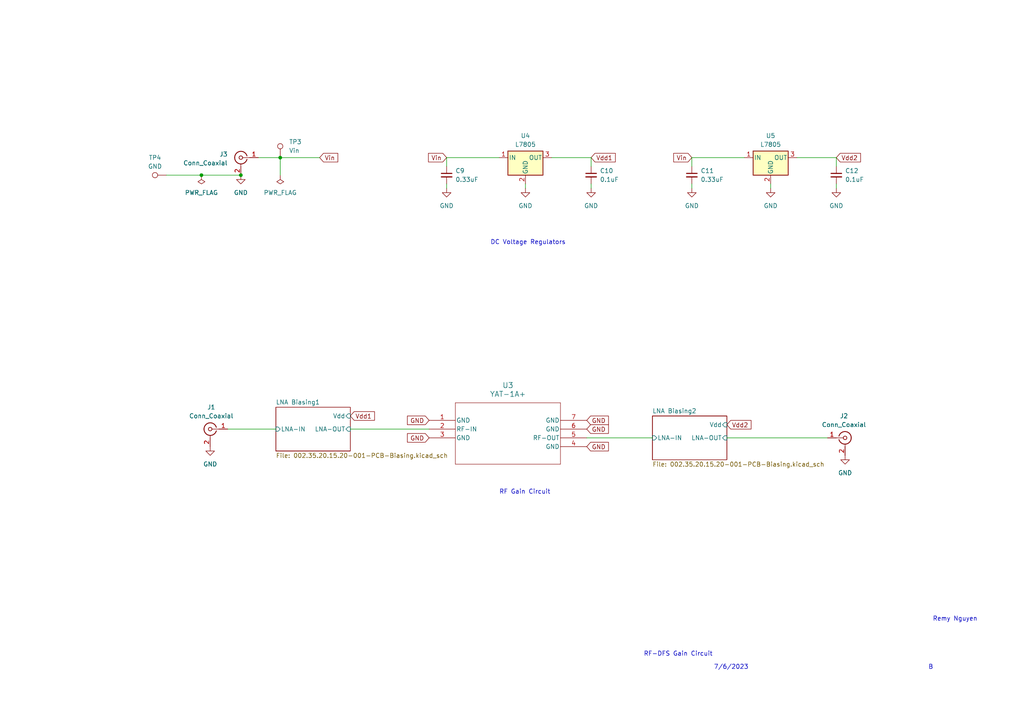
<source format=kicad_sch>
(kicad_sch (version 20230121) (generator eeschema)

  (uuid a33db424-96f2-4015-ba95-8b9f2330ef17)

  (paper "A4")

  (lib_symbols
    (symbol "Connector:Conn_Coaxial" (pin_names (offset 1.016) hide) (in_bom yes) (on_board yes)
      (property "Reference" "J" (at 0.254 3.048 0)
        (effects (font (size 1.27 1.27)))
      )
      (property "Value" "Conn_Coaxial" (at 2.921 0 90)
        (effects (font (size 1.27 1.27)))
      )
      (property "Footprint" "" (at 0 0 0)
        (effects (font (size 1.27 1.27)) hide)
      )
      (property "Datasheet" " ~" (at 0 0 0)
        (effects (font (size 1.27 1.27)) hide)
      )
      (property "ki_keywords" "BNC SMA SMB SMC LEMO coaxial connector CINCH RCA" (at 0 0 0)
        (effects (font (size 1.27 1.27)) hide)
      )
      (property "ki_description" "coaxial connector (BNC, SMA, SMB, SMC, Cinch/RCA, LEMO, ...)" (at 0 0 0)
        (effects (font (size 1.27 1.27)) hide)
      )
      (property "ki_fp_filters" "*BNC* *SMA* *SMB* *SMC* *Cinch* *LEMO*" (at 0 0 0)
        (effects (font (size 1.27 1.27)) hide)
      )
      (symbol "Conn_Coaxial_0_1"
        (arc (start -1.778 -0.508) (mid 0.2311 -1.8066) (end 1.778 0)
          (stroke (width 0.254) (type default))
          (fill (type none))
        )
        (polyline
          (pts
            (xy -2.54 0)
            (xy -0.508 0)
          )
          (stroke (width 0) (type default))
          (fill (type none))
        )
        (polyline
          (pts
            (xy 0 -2.54)
            (xy 0 -1.778)
          )
          (stroke (width 0) (type default))
          (fill (type none))
        )
        (circle (center 0 0) (radius 0.508)
          (stroke (width 0.2032) (type default))
          (fill (type none))
        )
        (arc (start 1.778 0) (mid 0.2099 1.8101) (end -1.778 0.508)
          (stroke (width 0.254) (type default))
          (fill (type none))
        )
      )
      (symbol "Conn_Coaxial_1_1"
        (pin passive line (at -5.08 0 0) (length 2.54)
          (name "In" (effects (font (size 1.27 1.27))))
          (number "1" (effects (font (size 1.27 1.27))))
        )
        (pin passive line (at 0 -5.08 90) (length 2.54)
          (name "Ext" (effects (font (size 1.27 1.27))))
          (number "2" (effects (font (size 1.27 1.27))))
        )
      )
    )
    (symbol "Connector:TestPoint" (pin_numbers hide) (pin_names (offset 0.762) hide) (in_bom yes) (on_board yes)
      (property "Reference" "TP" (at 0 6.858 0)
        (effects (font (size 1.27 1.27)))
      )
      (property "Value" "TestPoint" (at 0 5.08 0)
        (effects (font (size 1.27 1.27)))
      )
      (property "Footprint" "" (at 5.08 0 0)
        (effects (font (size 1.27 1.27)) hide)
      )
      (property "Datasheet" "~" (at 5.08 0 0)
        (effects (font (size 1.27 1.27)) hide)
      )
      (property "ki_keywords" "test point tp" (at 0 0 0)
        (effects (font (size 1.27 1.27)) hide)
      )
      (property "ki_description" "test point" (at 0 0 0)
        (effects (font (size 1.27 1.27)) hide)
      )
      (property "ki_fp_filters" "Pin* Test*" (at 0 0 0)
        (effects (font (size 1.27 1.27)) hide)
      )
      (symbol "TestPoint_0_1"
        (circle (center 0 3.302) (radius 0.762)
          (stroke (width 0) (type default))
          (fill (type none))
        )
      )
      (symbol "TestPoint_1_1"
        (pin passive line (at 0 0 90) (length 2.54)
          (name "1" (effects (font (size 1.27 1.27))))
          (number "1" (effects (font (size 1.27 1.27))))
        )
      )
    )
    (symbol "Device:C_Small" (pin_numbers hide) (pin_names (offset 0.254) hide) (in_bom yes) (on_board yes)
      (property "Reference" "C" (at 0.254 1.778 0)
        (effects (font (size 1.27 1.27)) (justify left))
      )
      (property "Value" "C_Small" (at 0.254 -2.032 0)
        (effects (font (size 1.27 1.27)) (justify left))
      )
      (property "Footprint" "" (at 0 0 0)
        (effects (font (size 1.27 1.27)) hide)
      )
      (property "Datasheet" "~" (at 0 0 0)
        (effects (font (size 1.27 1.27)) hide)
      )
      (property "ki_keywords" "capacitor cap" (at 0 0 0)
        (effects (font (size 1.27 1.27)) hide)
      )
      (property "ki_description" "Unpolarized capacitor, small symbol" (at 0 0 0)
        (effects (font (size 1.27 1.27)) hide)
      )
      (property "ki_fp_filters" "C_*" (at 0 0 0)
        (effects (font (size 1.27 1.27)) hide)
      )
      (symbol "C_Small_0_1"
        (polyline
          (pts
            (xy -1.524 -0.508)
            (xy 1.524 -0.508)
          )
          (stroke (width 0.3302) (type default))
          (fill (type none))
        )
        (polyline
          (pts
            (xy -1.524 0.508)
            (xy 1.524 0.508)
          )
          (stroke (width 0.3048) (type default))
          (fill (type none))
        )
      )
      (symbol "C_Small_1_1"
        (pin passive line (at 0 2.54 270) (length 2.032)
          (name "~" (effects (font (size 1.27 1.27))))
          (number "1" (effects (font (size 1.27 1.27))))
        )
        (pin passive line (at 0 -2.54 90) (length 2.032)
          (name "~" (effects (font (size 1.27 1.27))))
          (number "2" (effects (font (size 1.27 1.27))))
        )
      )
    )
    (symbol "Regulator_Linear:L7805" (pin_names (offset 0.254)) (in_bom yes) (on_board yes)
      (property "Reference" "U" (at -3.81 3.175 0)
        (effects (font (size 1.27 1.27)))
      )
      (property "Value" "L7805" (at 0 3.175 0)
        (effects (font (size 1.27 1.27)) (justify left))
      )
      (property "Footprint" "" (at 0.635 -3.81 0)
        (effects (font (size 1.27 1.27) italic) (justify left) hide)
      )
      (property "Datasheet" "http://www.st.com/content/ccc/resource/technical/document/datasheet/41/4f/b3/b0/12/d4/47/88/CD00000444.pdf/files/CD00000444.pdf/jcr:content/translations/en.CD00000444.pdf" (at 0 -1.27 0)
        (effects (font (size 1.27 1.27)) hide)
      )
      (property "ki_keywords" "Voltage Regulator 1.5A Positive" (at 0 0 0)
        (effects (font (size 1.27 1.27)) hide)
      )
      (property "ki_description" "Positive 1.5A 35V Linear Regulator, Fixed Output 5V, TO-220/TO-263/TO-252" (at 0 0 0)
        (effects (font (size 1.27 1.27)) hide)
      )
      (property "ki_fp_filters" "TO?252* TO?263* TO?220*" (at 0 0 0)
        (effects (font (size 1.27 1.27)) hide)
      )
      (symbol "L7805_0_1"
        (rectangle (start -5.08 1.905) (end 5.08 -5.08)
          (stroke (width 0.254) (type default))
          (fill (type background))
        )
      )
      (symbol "L7805_1_1"
        (pin power_in line (at -7.62 0 0) (length 2.54)
          (name "IN" (effects (font (size 1.27 1.27))))
          (number "1" (effects (font (size 1.27 1.27))))
        )
        (pin power_in line (at 0 -7.62 90) (length 2.54)
          (name "GND" (effects (font (size 1.27 1.27))))
          (number "2" (effects (font (size 1.27 1.27))))
        )
        (pin power_out line (at 7.62 0 180) (length 2.54)
          (name "OUT" (effects (font (size 1.27 1.27))))
          (number "3" (effects (font (size 1.27 1.27))))
        )
      )
    )
    (symbol "YAT-1A+:YAT-1A+" (pin_names (offset 0.254)) (in_bom yes) (on_board yes)
      (property "Reference" "U" (at 22.86 10.16 0)
        (effects (font (size 1.524 1.524)))
      )
      (property "Value" "YAT-1A+" (at 22.86 7.62 0)
        (effects (font (size 1.524 1.524)))
      )
      (property "Footprint" "MC1630_MNC" (at 0 0 0)
        (effects (font (size 1.27 1.27) italic) hide)
      )
      (property "Datasheet" "YAT-1A+" (at 0 0 0)
        (effects (font (size 1.27 1.27) italic) hide)
      )
      (property "ki_locked" "" (at 0 0 0)
        (effects (font (size 1.27 1.27)))
      )
      (property "ki_keywords" "YAT-1A+" (at 0 0 0)
        (effects (font (size 1.27 1.27)) hide)
      )
      (property "ki_fp_filters" "MC1630_MNC MC1630_MNC-M MC1630_MNC-L" (at 0 0 0)
        (effects (font (size 1.27 1.27)) hide)
      )
      (symbol "YAT-1A+_0_1"
        (polyline
          (pts
            (xy 7.62 -12.7)
            (xy 38.1 -12.7)
          )
          (stroke (width 0.127) (type default))
          (fill (type none))
        )
        (polyline
          (pts
            (xy 7.62 5.08)
            (xy 7.62 -12.7)
          )
          (stroke (width 0.127) (type default))
          (fill (type none))
        )
        (polyline
          (pts
            (xy 38.1 -12.7)
            (xy 38.1 5.08)
          )
          (stroke (width 0.127) (type default))
          (fill (type none))
        )
        (polyline
          (pts
            (xy 38.1 5.08)
            (xy 7.62 5.08)
          )
          (stroke (width 0.127) (type default))
          (fill (type none))
        )
        (pin input line (at 0 -2.54 0) (length 7.62)
          (name "RF-IN" (effects (font (size 1.27 1.27))))
          (number "2" (effects (font (size 1.27 1.27))))
        )
        (pin power_in line (at 45.72 -7.62 180) (length 7.62)
          (name "GND" (effects (font (size 1.27 1.27))))
          (number "4" (effects (font (size 1.27 1.27))))
        )
        (pin output line (at 45.72 -5.08 180) (length 7.62)
          (name "RF-OUT" (effects (font (size 1.27 1.27))))
          (number "5" (effects (font (size 1.27 1.27))))
        )
        (pin power_in line (at 45.72 -2.54 180) (length 7.62)
          (name "GND" (effects (font (size 1.27 1.27))))
          (number "6" (effects (font (size 1.27 1.27))))
        )
        (pin power_in line (at 45.72 0 180) (length 7.62)
          (name "GND" (effects (font (size 1.27 1.27))))
          (number "7" (effects (font (size 1.27 1.27))))
        )
      )
      (symbol "YAT-1A+_1_1"
        (pin power_in line (at 0 0 0) (length 7.62)
          (name "GND" (effects (font (size 1.27 1.27))))
          (number "1" (effects (font (size 1.27 1.27))))
        )
        (pin power_in line (at 0 -5.08 0) (length 7.62)
          (name "GND" (effects (font (size 1.27 1.27))))
          (number "3" (effects (font (size 1.27 1.27))))
        )
      )
    )
    (symbol "power:GND" (power) (pin_names (offset 0)) (in_bom yes) (on_board yes)
      (property "Reference" "#PWR" (at 0 -6.35 0)
        (effects (font (size 1.27 1.27)) hide)
      )
      (property "Value" "GND" (at 0 -3.81 0)
        (effects (font (size 1.27 1.27)))
      )
      (property "Footprint" "" (at 0 0 0)
        (effects (font (size 1.27 1.27)) hide)
      )
      (property "Datasheet" "" (at 0 0 0)
        (effects (font (size 1.27 1.27)) hide)
      )
      (property "ki_keywords" "global power" (at 0 0 0)
        (effects (font (size 1.27 1.27)) hide)
      )
      (property "ki_description" "Power symbol creates a global label with name \"GND\" , ground" (at 0 0 0)
        (effects (font (size 1.27 1.27)) hide)
      )
      (symbol "GND_0_1"
        (polyline
          (pts
            (xy 0 0)
            (xy 0 -1.27)
            (xy 1.27 -1.27)
            (xy 0 -2.54)
            (xy -1.27 -1.27)
            (xy 0 -1.27)
          )
          (stroke (width 0) (type default))
          (fill (type none))
        )
      )
      (symbol "GND_1_1"
        (pin power_in line (at 0 0 270) (length 0) hide
          (name "GND" (effects (font (size 1.27 1.27))))
          (number "1" (effects (font (size 1.27 1.27))))
        )
      )
    )
    (symbol "power:PWR_FLAG" (power) (pin_numbers hide) (pin_names (offset 0) hide) (in_bom yes) (on_board yes)
      (property "Reference" "#FLG" (at 0 1.905 0)
        (effects (font (size 1.27 1.27)) hide)
      )
      (property "Value" "PWR_FLAG" (at 0 3.81 0)
        (effects (font (size 1.27 1.27)))
      )
      (property "Footprint" "" (at 0 0 0)
        (effects (font (size 1.27 1.27)) hide)
      )
      (property "Datasheet" "~" (at 0 0 0)
        (effects (font (size 1.27 1.27)) hide)
      )
      (property "ki_keywords" "flag power" (at 0 0 0)
        (effects (font (size 1.27 1.27)) hide)
      )
      (property "ki_description" "Special symbol for telling ERC where power comes from" (at 0 0 0)
        (effects (font (size 1.27 1.27)) hide)
      )
      (symbol "PWR_FLAG_0_0"
        (pin power_out line (at 0 0 90) (length 0)
          (name "pwr" (effects (font (size 1.27 1.27))))
          (number "1" (effects (font (size 1.27 1.27))))
        )
      )
      (symbol "PWR_FLAG_0_1"
        (polyline
          (pts
            (xy 0 0)
            (xy 0 1.27)
            (xy -1.016 1.905)
            (xy 0 2.54)
            (xy 1.016 1.905)
            (xy 0 1.27)
          )
          (stroke (width 0) (type default))
          (fill (type none))
        )
      )
    )
  )

  (junction (at 69.85 50.8) (diameter 0) (color 0 0 0 0)
    (uuid 0380c58a-2095-4a54-9c7b-59b122c7f20b)
  )
  (junction (at 58.42 50.8) (diameter 0) (color 0 0 0 0)
    (uuid 152015fe-878c-42d4-a279-55aace0a2ba2)
  )
  (junction (at 81.28 45.72) (diameter 0) (color 0 0 0 0)
    (uuid 47ab9c92-b5c3-4b6e-a70f-4986de7ede6d)
  )

  (wire (pts (xy 223.52 53.34) (xy 223.52 54.61))
    (stroke (width 0) (type default))
    (uuid 082ad4d9-3e52-49a6-bf1b-2df442e7a9d5)
  )
  (wire (pts (xy 200.66 48.26) (xy 200.66 45.72))
    (stroke (width 0) (type default))
    (uuid 178f1f8d-758a-43cc-8bf7-f11c85212350)
  )
  (wire (pts (xy 231.14 45.72) (xy 242.57 45.72))
    (stroke (width 0) (type default))
    (uuid 18b47aff-b622-4eac-833e-ca365bec9525)
  )
  (wire (pts (xy 152.4 53.34) (xy 152.4 54.61))
    (stroke (width 0) (type default))
    (uuid 1fb5bea0-edc1-49a6-821c-56e5ab06312d)
  )
  (wire (pts (xy 66.04 124.46) (xy 80.01 124.46))
    (stroke (width 0) (type default))
    (uuid 27ca317d-2b26-43d9-b1ce-3386ea7e9442)
  )
  (wire (pts (xy 129.54 48.26) (xy 129.54 45.72))
    (stroke (width 0) (type default))
    (uuid 4248ef6b-74c7-4f35-ab74-6b426457fdea)
  )
  (wire (pts (xy 200.66 53.34) (xy 200.66 54.61))
    (stroke (width 0) (type default))
    (uuid 59a01430-395e-4e49-9322-bdc5419e15a9)
  )
  (wire (pts (xy 48.26 50.8) (xy 58.42 50.8))
    (stroke (width 0) (type default))
    (uuid 6a05a314-6558-4ca3-8733-4e793a63ca8e)
  )
  (wire (pts (xy 200.66 45.72) (xy 215.9 45.72))
    (stroke (width 0) (type default))
    (uuid 73a31aa3-42ab-4a31-8af4-0c17f490a8e8)
  )
  (wire (pts (xy 81.28 45.72) (xy 92.71 45.72))
    (stroke (width 0) (type default))
    (uuid 7df9ee68-d9fc-4676-b0c2-b3226716bfea)
  )
  (wire (pts (xy 210.82 127) (xy 240.03 127))
    (stroke (width 0) (type default))
    (uuid 8b0d9a77-3b60-45e7-a2fd-979cb9cbec9c)
  )
  (wire (pts (xy 81.28 45.72) (xy 81.28 50.8))
    (stroke (width 0) (type default))
    (uuid 8e99aaf5-f847-4984-8c7c-0cc6d3ce8266)
  )
  (wire (pts (xy 171.45 45.72) (xy 171.45 48.26))
    (stroke (width 0) (type default))
    (uuid 94bf0c38-3eaa-4076-b2d2-f1dcfc071592)
  )
  (wire (pts (xy 242.57 53.34) (xy 242.57 54.61))
    (stroke (width 0) (type default))
    (uuid 95f6de1a-6506-4542-8a34-bf1dbf124f83)
  )
  (wire (pts (xy 74.93 45.72) (xy 81.28 45.72))
    (stroke (width 0) (type default))
    (uuid 9b49dbfa-1d01-4487-9a97-df826b9a9d97)
  )
  (wire (pts (xy 242.57 45.72) (xy 242.57 48.26))
    (stroke (width 0) (type default))
    (uuid 9cf6871b-3a32-4bbd-af2f-4b52f6b80fdc)
  )
  (wire (pts (xy 171.45 53.34) (xy 171.45 54.61))
    (stroke (width 0) (type default))
    (uuid 9ee34b7a-bd7b-44f3-9a36-8f58740a5225)
  )
  (wire (pts (xy 58.42 50.8) (xy 69.85 50.8))
    (stroke (width 0) (type default))
    (uuid b60420b3-9ac3-487e-9b2b-1a7736ab8b19)
  )
  (wire (pts (xy 129.54 53.34) (xy 129.54 54.61))
    (stroke (width 0) (type default))
    (uuid b93b56a7-3e35-4839-8983-72ae2f4774b6)
  )
  (wire (pts (xy 170.18 127) (xy 189.23 127))
    (stroke (width 0) (type default))
    (uuid d2e6934f-7879-4b7e-af43-11a6bbbe0bac)
  )
  (wire (pts (xy 101.6 124.46) (xy 124.46 124.46))
    (stroke (width 0) (type default))
    (uuid eab23a80-cb77-4158-9ff7-c683e6fcc317)
  )
  (wire (pts (xy 160.02 45.72) (xy 171.45 45.72))
    (stroke (width 0) (type default))
    (uuid f0faa57d-f1f6-49ab-8fa7-8ceb0ea4f8a6)
  )
  (wire (pts (xy 129.54 45.72) (xy 144.78 45.72))
    (stroke (width 0) (type default))
    (uuid f3f86275-c038-45fd-a2c3-ecba932d71d5)
  )

  (text "RF-DFS Gain Circuit" (at 186.69 190.5 0)
    (effects (font (size 1.27 1.27)) (justify left bottom))
    (uuid 01e6c915-5d37-4f22-bc58-ba280824943a)
  )
  (text "7/6/2023" (at 207.01 194.31 0)
    (effects (font (size 1.27 1.27)) (justify left bottom))
    (uuid 69235d1b-e970-4918-a8e7-db2e588114e0)
  )
  (text "Remy Nguyen" (at 270.51 180.34 0)
    (effects (font (size 1.27 1.27)) (justify left bottom))
    (uuid 6a2529a8-c4dc-41c4-977a-48172a63a599)
  )
  (text "B" (at 269.24 194.31 0)
    (effects (font (size 1.27 1.27)) (justify left bottom))
    (uuid 799bf235-b82c-4355-9052-ef2e322baf18)
  )
  (text "RF Gain Circuit" (at 144.78 143.51 0)
    (effects (font (size 1.27 1.27)) (justify left bottom))
    (uuid e193004c-6ca8-4b05-91b6-76ffad4cf453)
  )
  (text "DC Voltage Regulators" (at 142.24 71.12 0)
    (effects (font (size 1.27 1.27)) (justify left bottom))
    (uuid f840b1d4-282d-4b7f-9c52-ae31074de92b)
  )

  (global_label "GND" (shape input) (at 124.46 127 180) (fields_autoplaced)
    (effects (font (size 1.27 1.27)) (justify right))
    (uuid 01bbb253-b337-4e03-ab53-fec9a875130f)
    (property "Intersheetrefs" "${INTERSHEET_REFS}" (at 117.6837 127 0)
      (effects (font (size 1.27 1.27)) (justify right) hide)
    )
  )
  (global_label "Vdd1" (shape input) (at 171.45 45.72 0) (fields_autoplaced)
    (effects (font (size 1.27 1.27)) (justify left))
    (uuid 0265aa17-8aba-412e-9e42-e4162ff04b44)
    (property "Intersheetrefs" "${INTERSHEET_REFS}" (at 178.9519 45.72 0)
      (effects (font (size 1.27 1.27)) (justify left) hide)
    )
  )
  (global_label "GND" (shape input) (at 170.18 121.92 0) (fields_autoplaced)
    (effects (font (size 1.27 1.27)) (justify left))
    (uuid 0c101212-932f-46a6-9f90-15eefa71f9b6)
    (property "Intersheetrefs" "${INTERSHEET_REFS}" (at 176.9563 121.92 0)
      (effects (font (size 1.27 1.27)) (justify left) hide)
    )
  )
  (global_label "Vdd1" (shape input) (at 101.6 120.65 0) (fields_autoplaced)
    (effects (font (size 1.27 1.27)) (justify left))
    (uuid 0f1fd293-0cde-46d1-a790-d394eac61139)
    (property "Intersheetrefs" "${INTERSHEET_REFS}" (at 109.1019 120.65 0)
      (effects (font (size 1.27 1.27)) (justify left) hide)
    )
  )
  (global_label "Vdd2" (shape input) (at 242.57 45.72 0) (fields_autoplaced)
    (effects (font (size 1.27 1.27)) (justify left))
    (uuid 11738765-3a18-4d4b-a1ed-f502e8669243)
    (property "Intersheetrefs" "${INTERSHEET_REFS}" (at 250.0719 45.72 0)
      (effects (font (size 1.27 1.27)) (justify left) hide)
    )
  )
  (global_label "Vin" (shape input) (at 92.71 45.72 0) (fields_autoplaced)
    (effects (font (size 1.27 1.27)) (justify left))
    (uuid 16f91c9d-b530-438c-aefb-707023750c8a)
    (property "Intersheetrefs" "${INTERSHEET_REFS}" (at 98.4582 45.72 0)
      (effects (font (size 1.27 1.27)) (justify left) hide)
    )
  )
  (global_label "Vin" (shape input) (at 129.54 45.72 180) (fields_autoplaced)
    (effects (font (size 1.27 1.27)) (justify right))
    (uuid 6a7306a7-65fc-477b-a47e-6d91cd8bed1b)
    (property "Intersheetrefs" "${INTERSHEET_REFS}" (at 123.7918 45.72 0)
      (effects (font (size 1.27 1.27)) (justify right) hide)
    )
  )
  (global_label "Vin" (shape input) (at 200.66 45.72 180) (fields_autoplaced)
    (effects (font (size 1.27 1.27)) (justify right))
    (uuid 7e9faa37-7621-4e0e-b526-2208cca0268b)
    (property "Intersheetrefs" "${INTERSHEET_REFS}" (at 194.9118 45.72 0)
      (effects (font (size 1.27 1.27)) (justify right) hide)
    )
  )
  (global_label "Vdd2" (shape input) (at 210.82 123.19 0) (fields_autoplaced)
    (effects (font (size 1.27 1.27)) (justify left))
    (uuid 82eebd30-021d-4879-8d6c-f4576f1a21d6)
    (property "Intersheetrefs" "${INTERSHEET_REFS}" (at 218.3219 123.19 0)
      (effects (font (size 1.27 1.27)) (justify left) hide)
    )
  )
  (global_label "GND" (shape input) (at 170.18 129.54 0) (fields_autoplaced)
    (effects (font (size 1.27 1.27)) (justify left))
    (uuid 897e1767-1142-4a46-8c1c-edc1e77a385a)
    (property "Intersheetrefs" "${INTERSHEET_REFS}" (at 176.9563 129.54 0)
      (effects (font (size 1.27 1.27)) (justify left) hide)
    )
  )
  (global_label "GND" (shape input) (at 124.46 121.92 180) (fields_autoplaced)
    (effects (font (size 1.27 1.27)) (justify right))
    (uuid da8bce43-6ab4-40bf-bd49-f2ac99afb336)
    (property "Intersheetrefs" "${INTERSHEET_REFS}" (at 117.6837 121.92 0)
      (effects (font (size 1.27 1.27)) (justify right) hide)
    )
  )
  (global_label "GND" (shape input) (at 170.18 124.46 0) (fields_autoplaced)
    (effects (font (size 1.27 1.27)) (justify left))
    (uuid df0a4236-4ec4-4bb4-a123-b9f11ecc3abf)
    (property "Intersheetrefs" "${INTERSHEET_REFS}" (at 176.9563 124.46 0)
      (effects (font (size 1.27 1.27)) (justify left) hide)
    )
  )

  (symbol (lib_id "Device:C_Small") (at 242.57 50.8 0) (unit 1)
    (in_bom yes) (on_board yes) (dnp no) (fields_autoplaced)
    (uuid 0950b816-7c2a-4cd9-95c3-5d4f66aff8e6)
    (property "Reference" "C12" (at 245.11 49.5363 0)
      (effects (font (size 1.27 1.27)) (justify left))
    )
    (property "Value" "0.1uF" (at 245.11 52.0763 0)
      (effects (font (size 1.27 1.27)) (justify left))
    )
    (property "Footprint" "Capacitor_SMD:C_0402_1005Metric" (at 242.57 50.8 0)
      (effects (font (size 1.27 1.27)) hide)
    )
    (property "Datasheet" "~" (at 242.57 50.8 0)
      (effects (font (size 1.27 1.27)) hide)
    )
    (pin "1" (uuid 9ce6b65f-d9ad-4709-8b54-c5b9952db3a6))
    (pin "2" (uuid 91ce10ca-15e5-423b-97b5-43354827c354))
    (instances
      (project "002.35.20.15.20-001-PCB-LNA"
        (path "/a33db424-96f2-4015-ba95-8b9f2330ef17"
          (reference "C12") (unit 1)
        )
      )
    )
  )

  (symbol (lib_id "Connector:TestPoint") (at 48.26 50.8 90) (unit 1)
    (in_bom yes) (on_board yes) (dnp no) (fields_autoplaced)
    (uuid 19223918-b6f9-4f74-b630-a8e19199728f)
    (property "Reference" "TP1" (at 44.958 45.72 90)
      (effects (font (size 1.27 1.27)))
    )
    (property "Value" "GND" (at 44.958 48.26 90)
      (effects (font (size 1.27 1.27)))
    )
    (property "Footprint" "TestPoint:TestPoint_Loop_D2.54mm_Drill1.5mm_Beaded" (at 48.26 45.72 0)
      (effects (font (size 1.27 1.27)) hide)
    )
    (property "Datasheet" "~" (at 48.26 45.72 0)
      (effects (font (size 1.27 1.27)) hide)
    )
    (pin "1" (uuid 195e01d4-ae32-421f-a901-49cfb8fd2277))
    (instances
      (project "002.35.20.15.20-001-PCB-LNA"
        (path "/a33db424-96f2-4015-ba95-8b9f2330ef17/9ff85c99-1040-4eb9-b5d8-3cc01caa0e77"
          (reference "TP1") (unit 1)
        )
        (path "/a33db424-96f2-4015-ba95-8b9f2330ef17/ba672304-1315-4178-9e1d-d553703e5b04"
          (reference "TP2") (unit 1)
        )
        (path "/a33db424-96f2-4015-ba95-8b9f2330ef17"
          (reference "TP4") (unit 1)
        )
      )
    )
  )

  (symbol (lib_id "power:GND") (at 152.4 54.61 0) (unit 1)
    (in_bom yes) (on_board yes) (dnp no) (fields_autoplaced)
    (uuid 25418ca2-12ad-4087-a872-112bea2aea91)
    (property "Reference" "#PWR09" (at 152.4 60.96 0)
      (effects (font (size 1.27 1.27)) hide)
    )
    (property "Value" "GND" (at 152.4 59.69 0)
      (effects (font (size 1.27 1.27)))
    )
    (property "Footprint" "" (at 152.4 54.61 0)
      (effects (font (size 1.27 1.27)) hide)
    )
    (property "Datasheet" "" (at 152.4 54.61 0)
      (effects (font (size 1.27 1.27)) hide)
    )
    (pin "1" (uuid bb74e97b-42b6-4350-bcac-9022af07127c))
    (instances
      (project "002.35.20.15.20-001-PCB-LNA"
        (path "/a33db424-96f2-4015-ba95-8b9f2330ef17"
          (reference "#PWR09") (unit 1)
        )
      )
    )
  )

  (symbol (lib_id "power:GND") (at 245.11 132.08 0) (mirror y) (unit 1)
    (in_bom yes) (on_board yes) (dnp no)
    (uuid 2a5af20e-8fce-4dbe-9413-66298467fb1f)
    (property "Reference" "#PWR017" (at 245.11 138.43 0)
      (effects (font (size 1.27 1.27)) hide)
    )
    (property "Value" "GND" (at 245.11 137.16 0)
      (effects (font (size 1.27 1.27)))
    )
    (property "Footprint" "" (at 245.11 132.08 0)
      (effects (font (size 1.27 1.27)) hide)
    )
    (property "Datasheet" "" (at 245.11 132.08 0)
      (effects (font (size 1.27 1.27)) hide)
    )
    (pin "1" (uuid 5051c1a0-385a-411d-a244-65f84ba95ed4))
    (instances
      (project "002.35.20.15.20-001-PCB-LNA"
        (path "/a33db424-96f2-4015-ba95-8b9f2330ef17"
          (reference "#PWR017") (unit 1)
        )
      )
    )
  )

  (symbol (lib_id "power:GND") (at 129.54 54.61 0) (unit 1)
    (in_bom yes) (on_board yes) (dnp no) (fields_autoplaced)
    (uuid 2ab1099e-738b-444e-8e00-483c34e51a2b)
    (property "Reference" "#PWR010" (at 129.54 60.96 0)
      (effects (font (size 1.27 1.27)) hide)
    )
    (property "Value" "GND" (at 129.54 59.69 0)
      (effects (font (size 1.27 1.27)))
    )
    (property "Footprint" "" (at 129.54 54.61 0)
      (effects (font (size 1.27 1.27)) hide)
    )
    (property "Datasheet" "" (at 129.54 54.61 0)
      (effects (font (size 1.27 1.27)) hide)
    )
    (pin "1" (uuid 2b287452-6ec8-4888-9405-4de4be29495b))
    (instances
      (project "002.35.20.15.20-001-PCB-LNA"
        (path "/a33db424-96f2-4015-ba95-8b9f2330ef17"
          (reference "#PWR010") (unit 1)
        )
      )
    )
  )

  (symbol (lib_id "Regulator_Linear:L7805") (at 223.52 45.72 0) (unit 1)
    (in_bom yes) (on_board yes) (dnp no) (fields_autoplaced)
    (uuid 385c5cc5-3ca9-4934-a929-24a93e2376ba)
    (property "Reference" "U5" (at 223.52 39.37 0)
      (effects (font (size 1.27 1.27)))
    )
    (property "Value" "L7805" (at 223.52 41.91 0)
      (effects (font (size 1.27 1.27)))
    )
    (property "Footprint" "Package_TO_SOT_SMD:TO-263-2" (at 224.155 49.53 0)
      (effects (font (size 1.27 1.27) italic) (justify left) hide)
    )
    (property "Datasheet" "http://www.st.com/content/ccc/resource/technical/document/datasheet/41/4f/b3/b0/12/d4/47/88/CD00000444.pdf/files/CD00000444.pdf/jcr:content/translations/en.CD00000444.pdf" (at 223.52 46.99 0)
      (effects (font (size 1.27 1.27)) hide)
    )
    (pin "1" (uuid cf541b30-fbc1-4c38-ac79-fce14b1375fb))
    (pin "2" (uuid 6f7b7a89-df50-4644-8c97-84afefc44935))
    (pin "3" (uuid 56968f74-36f2-4751-a45d-2bd3c2d37ef5))
    (instances
      (project "002.35.20.15.20-001-PCB-LNA"
        (path "/a33db424-96f2-4015-ba95-8b9f2330ef17"
          (reference "U5") (unit 1)
        )
      )
    )
  )

  (symbol (lib_id "Connector:Conn_Coaxial") (at 69.85 45.72 0) (mirror y) (unit 1)
    (in_bom yes) (on_board yes) (dnp no)
    (uuid 42375eed-8c12-46df-b1f9-8b6dbac5fb3e)
    (property "Reference" "J3" (at 66.04 44.7432 0)
      (effects (font (size 1.27 1.27)) (justify left))
    )
    (property "Value" "Conn_Coaxial" (at 66.04 47.2832 0)
      (effects (font (size 1.27 1.27)) (justify left))
    )
    (property "Footprint" "Connector_Coaxial:SMA_Molex_73251-1153_EdgeMount_Horizontal" (at 69.85 45.72 0)
      (effects (font (size 1.27 1.27)) hide)
    )
    (property "Datasheet" " ~" (at 69.85 45.72 0)
      (effects (font (size 1.27 1.27)) hide)
    )
    (pin "1" (uuid 52c398f2-7aa4-460f-884a-8c08b978542f))
    (pin "2" (uuid 81a00c9e-c973-4db6-94e4-5e927aecf676))
    (instances
      (project "002.35.20.15.20-001-PCB-LNA"
        (path "/a33db424-96f2-4015-ba95-8b9f2330ef17"
          (reference "J3") (unit 1)
        )
      )
    )
  )

  (symbol (lib_id "power:GND") (at 171.45 54.61 0) (unit 1)
    (in_bom yes) (on_board yes) (dnp no) (fields_autoplaced)
    (uuid 4fa5e575-7e2f-4390-bb42-88a3990c3c53)
    (property "Reference" "#PWR011" (at 171.45 60.96 0)
      (effects (font (size 1.27 1.27)) hide)
    )
    (property "Value" "GND" (at 171.45 59.69 0)
      (effects (font (size 1.27 1.27)))
    )
    (property "Footprint" "" (at 171.45 54.61 0)
      (effects (font (size 1.27 1.27)) hide)
    )
    (property "Datasheet" "" (at 171.45 54.61 0)
      (effects (font (size 1.27 1.27)) hide)
    )
    (pin "1" (uuid 97685d80-715c-4ff9-8a8d-519542394782))
    (instances
      (project "002.35.20.15.20-001-PCB-LNA"
        (path "/a33db424-96f2-4015-ba95-8b9f2330ef17"
          (reference "#PWR011") (unit 1)
        )
      )
    )
  )

  (symbol (lib_id "power:GND") (at 223.52 54.61 0) (unit 1)
    (in_bom yes) (on_board yes) (dnp no) (fields_autoplaced)
    (uuid 56eda550-8741-4b78-aa63-d6923b7cf3b1)
    (property "Reference" "#PWR013" (at 223.52 60.96 0)
      (effects (font (size 1.27 1.27)) hide)
    )
    (property "Value" "GND" (at 223.52 59.69 0)
      (effects (font (size 1.27 1.27)))
    )
    (property "Footprint" "" (at 223.52 54.61 0)
      (effects (font (size 1.27 1.27)) hide)
    )
    (property "Datasheet" "" (at 223.52 54.61 0)
      (effects (font (size 1.27 1.27)) hide)
    )
    (pin "1" (uuid 29a3cb01-c4b0-4382-baa6-4c911f4c0595))
    (instances
      (project "002.35.20.15.20-001-PCB-LNA"
        (path "/a33db424-96f2-4015-ba95-8b9f2330ef17"
          (reference "#PWR013") (unit 1)
        )
      )
    )
  )

  (symbol (lib_id "Regulator_Linear:L7805") (at 152.4 45.72 0) (unit 1)
    (in_bom yes) (on_board yes) (dnp no) (fields_autoplaced)
    (uuid 5b5acfc9-9dcb-412c-899a-e9abf67e612c)
    (property "Reference" "U4" (at 152.4 39.37 0)
      (effects (font (size 1.27 1.27)))
    )
    (property "Value" "L7805" (at 152.4 41.91 0)
      (effects (font (size 1.27 1.27)))
    )
    (property "Footprint" "Package_TO_SOT_SMD:TO-263-2" (at 153.035 49.53 0)
      (effects (font (size 1.27 1.27) italic) (justify left) hide)
    )
    (property "Datasheet" "http://www.st.com/content/ccc/resource/technical/document/datasheet/41/4f/b3/b0/12/d4/47/88/CD00000444.pdf/files/CD00000444.pdf/jcr:content/translations/en.CD00000444.pdf" (at 152.4 46.99 0)
      (effects (font (size 1.27 1.27)) hide)
    )
    (pin "1" (uuid fd40c295-2464-4f8a-864a-1322416128be))
    (pin "2" (uuid 13529d1f-36b0-4b29-a4a9-fc051cac5462))
    (pin "3" (uuid 2ac72802-1490-4be5-ae1f-7e8c3fa146d9))
    (instances
      (project "002.35.20.15.20-001-PCB-LNA"
        (path "/a33db424-96f2-4015-ba95-8b9f2330ef17"
          (reference "U4") (unit 1)
        )
      )
    )
  )

  (symbol (lib_id "Device:C_Small") (at 200.66 50.8 0) (unit 1)
    (in_bom yes) (on_board yes) (dnp no) (fields_autoplaced)
    (uuid 5ed17ff4-c193-4d10-8a71-a670194b5337)
    (property "Reference" "C11" (at 203.2 49.5363 0)
      (effects (font (size 1.27 1.27)) (justify left))
    )
    (property "Value" "0.33uF" (at 203.2 52.0763 0)
      (effects (font (size 1.27 1.27)) (justify left))
    )
    (property "Footprint" "Capacitor_SMD:C_0402_1005Metric" (at 200.66 50.8 0)
      (effects (font (size 1.27 1.27)) hide)
    )
    (property "Datasheet" "~" (at 200.66 50.8 0)
      (effects (font (size 1.27 1.27)) hide)
    )
    (pin "1" (uuid a736b71a-5806-40c3-a7d9-9e9917edfa02))
    (pin "2" (uuid 34cddf5f-9ade-447f-bd7e-d7b6cd145751))
    (instances
      (project "002.35.20.15.20-001-PCB-LNA"
        (path "/a33db424-96f2-4015-ba95-8b9f2330ef17"
          (reference "C11") (unit 1)
        )
      )
    )
  )

  (symbol (lib_id "Device:C_Small") (at 171.45 50.8 0) (unit 1)
    (in_bom yes) (on_board yes) (dnp no) (fields_autoplaced)
    (uuid 893a8c94-cb64-41e2-adc6-54575ccddec4)
    (property "Reference" "C10" (at 173.99 49.5363 0)
      (effects (font (size 1.27 1.27)) (justify left))
    )
    (property "Value" "0.1uF" (at 173.99 52.0763 0)
      (effects (font (size 1.27 1.27)) (justify left))
    )
    (property "Footprint" "Capacitor_SMD:C_0402_1005Metric" (at 171.45 50.8 0)
      (effects (font (size 1.27 1.27)) hide)
    )
    (property "Datasheet" "~" (at 171.45 50.8 0)
      (effects (font (size 1.27 1.27)) hide)
    )
    (pin "1" (uuid 6c885dd5-1cf4-4fae-875e-d7a15fe9e887))
    (pin "2" (uuid cb6e0eee-afe7-4f35-aee1-df237d138e9b))
    (instances
      (project "002.35.20.15.20-001-PCB-LNA"
        (path "/a33db424-96f2-4015-ba95-8b9f2330ef17"
          (reference "C10") (unit 1)
        )
      )
    )
  )

  (symbol (lib_id "power:GND") (at 69.85 50.8 0) (unit 1)
    (in_bom yes) (on_board yes) (dnp no) (fields_autoplaced)
    (uuid 8d0a2c1b-2047-4b74-8d46-b13eedd4d83f)
    (property "Reference" "#PWR015" (at 69.85 57.15 0)
      (effects (font (size 1.27 1.27)) hide)
    )
    (property "Value" "GND" (at 69.85 55.88 0)
      (effects (font (size 1.27 1.27)))
    )
    (property "Footprint" "" (at 69.85 50.8 0)
      (effects (font (size 1.27 1.27)) hide)
    )
    (property "Datasheet" "" (at 69.85 50.8 0)
      (effects (font (size 1.27 1.27)) hide)
    )
    (pin "1" (uuid 1ec28cc2-ad0c-4a96-8797-85713b63fd5a))
    (instances
      (project "002.35.20.15.20-001-PCB-LNA"
        (path "/a33db424-96f2-4015-ba95-8b9f2330ef17"
          (reference "#PWR015") (unit 1)
        )
      )
    )
  )

  (symbol (lib_id "Device:C_Small") (at 129.54 50.8 0) (unit 1)
    (in_bom yes) (on_board yes) (dnp no) (fields_autoplaced)
    (uuid 8dda6506-2d9b-458e-8198-1827b03f43c0)
    (property "Reference" "C9" (at 132.08 49.5363 0)
      (effects (font (size 1.27 1.27)) (justify left))
    )
    (property "Value" "0.33uF" (at 132.08 52.0763 0)
      (effects (font (size 1.27 1.27)) (justify left))
    )
    (property "Footprint" "Capacitor_SMD:C_0402_1005Metric" (at 129.54 50.8 0)
      (effects (font (size 1.27 1.27)) hide)
    )
    (property "Datasheet" "~" (at 129.54 50.8 0)
      (effects (font (size 1.27 1.27)) hide)
    )
    (pin "1" (uuid c7f9cf62-3488-4f0b-924c-42af7f9e1ffc))
    (pin "2" (uuid 0441ed22-b8b3-453f-bef9-1b3f172cf0b1))
    (instances
      (project "002.35.20.15.20-001-PCB-LNA"
        (path "/a33db424-96f2-4015-ba95-8b9f2330ef17"
          (reference "C9") (unit 1)
        )
      )
    )
  )

  (symbol (lib_id "YAT-1A+:YAT-1A+") (at 124.46 121.92 0) (unit 1)
    (in_bom yes) (on_board yes) (dnp no) (fields_autoplaced)
    (uuid a3967526-2108-4e4f-9662-8b458a8cb249)
    (property "Reference" "U3" (at 147.32 111.76 0)
      (effects (font (size 1.524 1.524)))
    )
    (property "Value" "YAT-1A+" (at 147.32 114.3 0)
      (effects (font (size 1.524 1.524)))
    )
    (property "Footprint" "Imports:MC1630_MNC" (at 124.46 121.92 0)
      (effects (font (size 1.27 1.27) italic) hide)
    )
    (property "Datasheet" "YAT-1A+" (at 124.46 121.92 0)
      (effects (font (size 1.27 1.27) italic) hide)
    )
    (pin "2" (uuid adbb1f20-3589-474d-a205-cd1f16095e1f))
    (pin "4" (uuid a828f0ea-95ff-4944-901d-125f74145675))
    (pin "5" (uuid c2fa486f-fcd3-4d15-a927-3a8b0bf0bdd4))
    (pin "6" (uuid 076417ff-63dc-47a7-a162-c01b7ef68406))
    (pin "7" (uuid 6f85b32e-4d49-4eb6-8adc-c7f90d15a77a))
    (pin "1" (uuid 5c15be07-5d2a-40fd-b079-8aa07b7f0f5f))
    (pin "3" (uuid 38e63e2e-6e44-4afa-9b19-c3a9e104f90b))
    (instances
      (project "002.35.20.15.20-001-PCB-LNA"
        (path "/a33db424-96f2-4015-ba95-8b9f2330ef17"
          (reference "U3") (unit 1)
        )
      )
    )
  )

  (symbol (lib_id "power:GND") (at 242.57 54.61 0) (unit 1)
    (in_bom yes) (on_board yes) (dnp no) (fields_autoplaced)
    (uuid a4457bf5-3e71-493c-ac38-5fc5000f56da)
    (property "Reference" "#PWR014" (at 242.57 60.96 0)
      (effects (font (size 1.27 1.27)) hide)
    )
    (property "Value" "GND" (at 242.57 59.69 0)
      (effects (font (size 1.27 1.27)))
    )
    (property "Footprint" "" (at 242.57 54.61 0)
      (effects (font (size 1.27 1.27)) hide)
    )
    (property "Datasheet" "" (at 242.57 54.61 0)
      (effects (font (size 1.27 1.27)) hide)
    )
    (pin "1" (uuid b7bf8abf-c6ea-433a-be93-e3cd8813dfc7))
    (instances
      (project "002.35.20.15.20-001-PCB-LNA"
        (path "/a33db424-96f2-4015-ba95-8b9f2330ef17"
          (reference "#PWR014") (unit 1)
        )
      )
    )
  )

  (symbol (lib_id "Connector:Conn_Coaxial") (at 60.96 124.46 0) (mirror y) (unit 1)
    (in_bom yes) (on_board yes) (dnp no) (fields_autoplaced)
    (uuid b38f1a66-8fbf-43e5-bdb4-bda2b7e04843)
    (property "Reference" "J1" (at 61.2774 118.11 0)
      (effects (font (size 1.27 1.27)))
    )
    (property "Value" "Conn_Coaxial" (at 61.2774 120.65 0)
      (effects (font (size 1.27 1.27)))
    )
    (property "Footprint" "Connector_Coaxial:SMA_Molex_73251-1153_EdgeMount_Horizontal" (at 60.96 124.46 0)
      (effects (font (size 1.27 1.27)) hide)
    )
    (property "Datasheet" " ~" (at 60.96 124.46 0)
      (effects (font (size 1.27 1.27)) hide)
    )
    (pin "1" (uuid 77ac9b13-32d9-4fe8-aee0-16a3f1780346))
    (pin "2" (uuid d99fe477-755b-4afe-9901-0e25fe354b2f))
    (instances
      (project "002.35.20.15.20-001-PCB-LNA"
        (path "/a33db424-96f2-4015-ba95-8b9f2330ef17"
          (reference "J1") (unit 1)
        )
      )
    )
  )

  (symbol (lib_id "Connector:Conn_Coaxial") (at 245.11 127 0) (unit 1)
    (in_bom yes) (on_board yes) (dnp no) (fields_autoplaced)
    (uuid b6facd0e-d4ed-4ba6-ad32-88cd8642a394)
    (property "Reference" "J2" (at 244.7926 120.65 0)
      (effects (font (size 1.27 1.27)))
    )
    (property "Value" "Conn_Coaxial" (at 244.7926 123.19 0)
      (effects (font (size 1.27 1.27)))
    )
    (property "Footprint" "Connector_Coaxial:SMA_Molex_73251-1153_EdgeMount_Horizontal" (at 245.11 127 0)
      (effects (font (size 1.27 1.27)) hide)
    )
    (property "Datasheet" " ~" (at 245.11 127 0)
      (effects (font (size 1.27 1.27)) hide)
    )
    (pin "1" (uuid b3517c04-73db-43be-bf8c-03b217619f38))
    (pin "2" (uuid f8f196a5-c436-4e70-9bd7-adefd1314115))
    (instances
      (project "002.35.20.15.20-001-PCB-LNA"
        (path "/a33db424-96f2-4015-ba95-8b9f2330ef17"
          (reference "J2") (unit 1)
        )
      )
    )
  )

  (symbol (lib_id "Connector:TestPoint") (at 81.28 45.72 0) (unit 1)
    (in_bom yes) (on_board yes) (dnp no) (fields_autoplaced)
    (uuid cfc7e9ab-9050-4458-8531-99f5474da8b0)
    (property "Reference" "TP1" (at 83.82 41.148 0)
      (effects (font (size 1.27 1.27)) (justify left))
    )
    (property "Value" "Vin" (at 83.82 43.688 0)
      (effects (font (size 1.27 1.27)) (justify left))
    )
    (property "Footprint" "TestPoint:TestPoint_Loop_D2.54mm_Drill1.5mm_Beaded" (at 86.36 45.72 0)
      (effects (font (size 1.27 1.27)) hide)
    )
    (property "Datasheet" "~" (at 86.36 45.72 0)
      (effects (font (size 1.27 1.27)) hide)
    )
    (pin "1" (uuid 85e5771d-cc5d-48b3-b938-eeb39a1d5319))
    (instances
      (project "002.35.20.15.20-001-PCB-LNA"
        (path "/a33db424-96f2-4015-ba95-8b9f2330ef17/9ff85c99-1040-4eb9-b5d8-3cc01caa0e77"
          (reference "TP1") (unit 1)
        )
        (path "/a33db424-96f2-4015-ba95-8b9f2330ef17/ba672304-1315-4178-9e1d-d553703e5b04"
          (reference "TP2") (unit 1)
        )
        (path "/a33db424-96f2-4015-ba95-8b9f2330ef17"
          (reference "TP3") (unit 1)
        )
      )
    )
  )

  (symbol (lib_id "power:PWR_FLAG") (at 81.28 50.8 180) (unit 1)
    (in_bom yes) (on_board yes) (dnp no) (fields_autoplaced)
    (uuid ed9a4215-84fb-4880-b31a-ef989554eee2)
    (property "Reference" "#FLG01" (at 81.28 52.705 0)
      (effects (font (size 1.27 1.27)) hide)
    )
    (property "Value" "PWR_FLAG" (at 81.28 55.88 0)
      (effects (font (size 1.27 1.27)))
    )
    (property "Footprint" "" (at 81.28 50.8 0)
      (effects (font (size 1.27 1.27)) hide)
    )
    (property "Datasheet" "~" (at 81.28 50.8 0)
      (effects (font (size 1.27 1.27)) hide)
    )
    (pin "1" (uuid db33046e-ed2d-4420-aeb4-4861757af213))
    (instances
      (project "002.35.20.15.20-001-PCB-LNA"
        (path "/a33db424-96f2-4015-ba95-8b9f2330ef17"
          (reference "#FLG01") (unit 1)
        )
      )
    )
  )

  (symbol (lib_id "power:PWR_FLAG") (at 58.42 50.8 180) (unit 1)
    (in_bom yes) (on_board yes) (dnp no) (fields_autoplaced)
    (uuid eddd34dc-f5e7-4e57-b2f7-4ad748ac6998)
    (property "Reference" "#FLG02" (at 58.42 52.705 0)
      (effects (font (size 1.27 1.27)) hide)
    )
    (property "Value" "PWR_FLAG" (at 58.42 55.88 0)
      (effects (font (size 1.27 1.27)))
    )
    (property "Footprint" "" (at 58.42 50.8 0)
      (effects (font (size 1.27 1.27)) hide)
    )
    (property "Datasheet" "~" (at 58.42 50.8 0)
      (effects (font (size 1.27 1.27)) hide)
    )
    (pin "1" (uuid d0be5208-92ae-4539-b05b-5152e7521ec0))
    (instances
      (project "002.35.20.15.20-001-PCB-LNA"
        (path "/a33db424-96f2-4015-ba95-8b9f2330ef17"
          (reference "#FLG02") (unit 1)
        )
      )
    )
  )

  (symbol (lib_id "power:GND") (at 200.66 54.61 0) (unit 1)
    (in_bom yes) (on_board yes) (dnp no) (fields_autoplaced)
    (uuid f98d51aa-82b9-4ac7-befa-3bf9f443b466)
    (property "Reference" "#PWR012" (at 200.66 60.96 0)
      (effects (font (size 1.27 1.27)) hide)
    )
    (property "Value" "GND" (at 200.66 59.69 0)
      (effects (font (size 1.27 1.27)))
    )
    (property "Footprint" "" (at 200.66 54.61 0)
      (effects (font (size 1.27 1.27)) hide)
    )
    (property "Datasheet" "" (at 200.66 54.61 0)
      (effects (font (size 1.27 1.27)) hide)
    )
    (pin "1" (uuid d7068ffa-e8e2-4aa6-89a7-55d561c727b1))
    (instances
      (project "002.35.20.15.20-001-PCB-LNA"
        (path "/a33db424-96f2-4015-ba95-8b9f2330ef17"
          (reference "#PWR012") (unit 1)
        )
      )
    )
  )

  (symbol (lib_id "power:GND") (at 60.96 129.54 0) (unit 1)
    (in_bom yes) (on_board yes) (dnp no) (fields_autoplaced)
    (uuid fec9e541-0453-4219-8f12-1c2de4a3d78f)
    (property "Reference" "#PWR04" (at 60.96 135.89 0)
      (effects (font (size 1.27 1.27)) hide)
    )
    (property "Value" "GND" (at 60.96 134.62 0)
      (effects (font (size 1.27 1.27)))
    )
    (property "Footprint" "" (at 60.96 129.54 0)
      (effects (font (size 1.27 1.27)) hide)
    )
    (property "Datasheet" "" (at 60.96 129.54 0)
      (effects (font (size 1.27 1.27)) hide)
    )
    (pin "1" (uuid e8bd86e9-c35f-4a0a-843b-ff0231ea7700))
    (instances
      (project "002.35.20.15.20-001-PCB-LNA"
        (path "/a33db424-96f2-4015-ba95-8b9f2330ef17"
          (reference "#PWR04") (unit 1)
        )
      )
    )
  )

  (sheet (at 80.01 118.11) (size 21.59 12.7) (fields_autoplaced)
    (stroke (width 0.1524) (type solid))
    (fill (color 0 0 0 0.0000))
    (uuid 9ff85c99-1040-4eb9-b5d8-3cc01caa0e77)
    (property "Sheetname" "LNA Biasing1" (at 80.01 117.3984 0)
      (effects (font (size 1.27 1.27)) (justify left bottom))
    )
    (property "Sheetfile" "002.35.20.15.20-001-PCB-Biasing.kicad_sch" (at 80.01 131.3946 0)
      (effects (font (size 1.27 1.27)) (justify left top))
    )
    (pin "LNA-OUT" input (at 101.6 124.46 0)
      (effects (font (size 1.27 1.27)) (justify right))
      (uuid 67510a1f-140b-4471-84ff-1e7f574a5fd7)
    )
    (pin "LNA-IN" input (at 80.01 124.46 180)
      (effects (font (size 1.27 1.27)) (justify left))
      (uuid c7ade848-d20e-486d-850b-d3f7d314fa93)
    )
    (pin "Vdd" input (at 101.6 120.65 0)
      (effects (font (size 1.27 1.27)) (justify right))
      (uuid a2ab7273-d4f7-478c-8bf0-57c4c9e3248f)
    )
    (instances
      (project "002.35.20.15.20-001-PCB-LNA"
        (path "/a33db424-96f2-4015-ba95-8b9f2330ef17" (page "2"))
      )
    )
  )

  (sheet (at 189.23 120.65) (size 21.59 12.7) (fields_autoplaced)
    (stroke (width 0.1524) (type solid))
    (fill (color 0 0 0 0.0000))
    (uuid ba672304-1315-4178-9e1d-d553703e5b04)
    (property "Sheetname" "LNA Biasing2" (at 189.23 119.9384 0)
      (effects (font (size 1.27 1.27)) (justify left bottom))
    )
    (property "Sheetfile" "002.35.20.15.20-001-PCB-Biasing.kicad_sch" (at 189.23 133.9346 0)
      (effects (font (size 1.27 1.27)) (justify left top))
    )
    (pin "LNA-OUT" input (at 210.82 127 0)
      (effects (font (size 1.27 1.27)) (justify right))
      (uuid 16ae53c1-783d-4be2-ade7-c106f5656ef8)
    )
    (pin "LNA-IN" input (at 189.23 127 180)
      (effects (font (size 1.27 1.27)) (justify left))
      (uuid 25da0757-514d-413b-a882-7bf0547b81ae)
    )
    (pin "Vdd" input (at 210.82 123.19 0)
      (effects (font (size 1.27 1.27)) (justify right))
      (uuid 9020fba7-b8d1-4af4-a742-210dc65b198c)
    )
    (instances
      (project "002.35.20.15.20-001-PCB-LNA"
        (path "/a33db424-96f2-4015-ba95-8b9f2330ef17" (page "3"))
      )
    )
  )

  (sheet_instances
    (path "/" (page "1"))
  )
)

</source>
